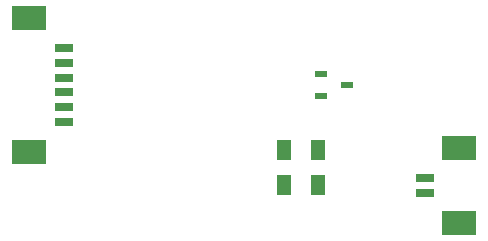
<source format=gbr>
G04 EAGLE Gerber X2 export*
%TF.Part,Single*%
%TF.FileFunction,Paste,Top*%
%TF.FilePolarity,Positive*%
%TF.GenerationSoftware,Autodesk,EAGLE,9.1.0*%
%TF.CreationDate,2020-06-24T00:02:45Z*%
G75*
%MOMM*%
%FSLAX34Y34*%
%LPD*%
%AMOC8*
5,1,8,0,0,1.08239X$1,22.5*%
G01*
%ADD10R,1.050000X0.600000*%
%ADD11R,1.600000X0.800000*%
%ADD12R,3.000000X2.100000*%
%ADD13R,1.160000X1.680000*%


D10*
X337000Y154500D03*
X337000Y135500D03*
X359000Y145000D03*
D11*
X425000Y53750D03*
X425000Y66250D03*
D12*
X454000Y28250D03*
X454000Y91750D03*
D13*
X305250Y90000D03*
X334750Y90000D03*
D11*
X119000Y176250D03*
X119000Y163750D03*
X119000Y151250D03*
X119000Y138750D03*
X119000Y126250D03*
X119000Y113750D03*
D12*
X90000Y201750D03*
X90000Y88250D03*
D13*
X334750Y60000D03*
X305250Y60000D03*
M02*

</source>
